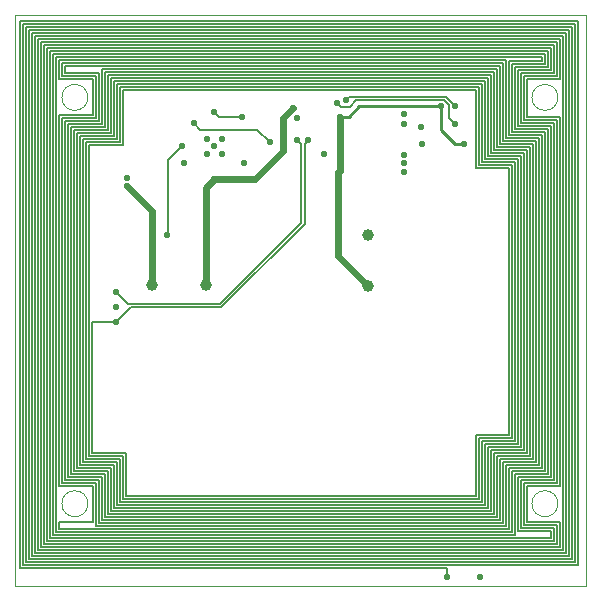
<source format=gbr>
%TF.GenerationSoftware,KiCad,Pcbnew,(5.1.4)-1*%
%TF.CreationDate,2019-12-19T17:33:09-07:00*%
%TF.ProjectId,SolarCellX_v3,536f6c61-7243-4656-9c6c-585f76332e6b,rev?*%
%TF.SameCoordinates,Original*%
%TF.FileFunction,Copper,L5,Inr*%
%TF.FilePolarity,Positive*%
%FSLAX46Y46*%
G04 Gerber Fmt 4.6, Leading zero omitted, Abs format (unit mm)*
G04 Created by KiCad (PCBNEW (5.1.4)-1) date 2019-12-19 17:33:09*
%MOMM*%
%LPD*%
G04 APERTURE LIST*
%ADD10C,0.050000*%
%ADD11C,1.000000*%
%ADD12C,0.584200*%
%ADD13C,0.609600*%
%ADD14C,0.248920*%
%ADD15C,0.152400*%
%ADD16C,0.127000*%
G04 APERTURE END LIST*
D10*
X96200000Y-47000000D02*
G75*
G03X96200000Y-47000000I-1100000J0D01*
G01*
X96200000Y-81400000D02*
G75*
G03X96200000Y-81400000I-1100000J0D01*
G01*
X136000000Y-81400000D02*
G75*
G03X136000000Y-81400000I-1100000J0D01*
G01*
X136000000Y-47000000D02*
G75*
G03X136000000Y-47000000I-1100000J0D01*
G01*
X90000000Y-88400000D02*
X138400000Y-88400000D01*
X90000000Y-88400000D02*
X90000000Y-40000000D01*
X138400000Y-40000000D02*
X138400000Y-88400000D01*
X90000000Y-40000000D02*
X138400000Y-40000000D01*
D11*
X101600000Y-62865000D03*
X106172000Y-62865000D03*
X119888000Y-58674000D03*
X119888000Y-62992000D03*
D12*
X106253260Y-51754256D03*
X107523260Y-51754256D03*
X106253260Y-50509656D03*
X109410500Y-52514500D03*
X107530900Y-50485040D03*
X106923840Y-51092100D03*
X104302012Y-52519693D03*
X122999500Y-53276500D03*
X122999500Y-52578000D03*
X122999500Y-51879500D03*
X122999500Y-49276000D03*
X124523500Y-50927000D03*
X122999500Y-48387000D03*
X124396500Y-49466500D03*
X117537610Y-48650791D03*
X117348000Y-53403500D03*
X128079500Y-50927000D03*
X126111000Y-47752000D03*
X127317500Y-47752000D03*
X118047740Y-47243775D03*
X127317500Y-49276000D03*
X117284500Y-47434502D03*
X105156000Y-49149000D03*
X111633000Y-50800000D03*
X113919000Y-48768000D03*
X116205000Y-51752500D03*
X106870500Y-48260000D03*
X109232672Y-48653690D03*
X104144156Y-51144656D03*
X102933500Y-58674000D03*
X99504500Y-53848000D03*
X99504500Y-54483000D03*
X126619000Y-87630000D03*
X98552000Y-64770000D03*
X98552000Y-63500000D03*
X98552000Y-66040000D03*
X129413000Y-87630000D03*
X113919000Y-50609500D03*
X114871500Y-50609500D03*
X106913660Y-53938656D03*
X113538000Y-47879000D03*
D13*
X117538500Y-48651681D02*
X117537610Y-48650791D01*
X117348000Y-53403500D02*
X117538500Y-53213000D01*
X117538500Y-53213000D02*
X117538500Y-48651681D01*
D14*
X127317500Y-50927000D02*
X128079500Y-50927000D01*
X126111000Y-49720500D02*
X127317500Y-50927000D01*
X126111000Y-47752000D02*
X126111000Y-49720500D01*
X119189500Y-47752000D02*
X126111000Y-47752000D01*
X117537610Y-48650791D02*
X118290709Y-48650791D01*
X118290709Y-48650791D02*
X119189500Y-47752000D01*
D13*
X117348000Y-60452000D02*
X119888000Y-62992000D01*
X117348000Y-53403500D02*
X117348000Y-60452000D01*
D15*
X127317500Y-47751302D02*
X127317500Y-47752000D01*
X126517874Y-46951676D02*
X127317500Y-47751302D01*
X118047740Y-47243775D02*
X118339839Y-46951676D01*
X118339839Y-46951676D02*
X126517874Y-46951676D01*
X117665498Y-47815500D02*
X117284500Y-47434502D01*
X126746000Y-48704500D02*
X126746000Y-47653954D01*
X127317500Y-49276000D02*
X126746000Y-48704500D01*
X126746000Y-47653954D02*
X126336046Y-47244000D01*
X126336046Y-47244000D02*
X118935500Y-47244000D01*
X118935500Y-47244000D02*
X118364000Y-47815500D01*
X118364000Y-47815500D02*
X117665498Y-47815500D01*
X105727500Y-49720500D02*
X105156000Y-49149000D01*
X111633000Y-50800000D02*
X110553500Y-49720500D01*
X110553500Y-49720500D02*
X105727500Y-49720500D01*
X107264190Y-48653690D02*
X106870500Y-48260000D01*
X109232672Y-48653690D02*
X107264190Y-48653690D01*
X104144156Y-51144656D02*
X102997000Y-52291812D01*
X102997000Y-58610500D02*
X102933500Y-58674000D01*
X102997000Y-52291812D02*
X102997000Y-58610500D01*
D13*
X101600000Y-56578500D02*
X101600000Y-62865000D01*
X99504500Y-54483000D02*
X101600000Y-56578500D01*
D16*
X130048000Y-82296000D02*
X129921000Y-82296000D01*
X134620000Y-78359000D02*
X134620000Y-50165000D01*
X93726000Y-82931000D02*
X93726000Y-83566000D01*
X93726000Y-48514000D02*
X93726000Y-79883000D01*
X131572000Y-43815000D02*
X93726000Y-43815000D01*
X134620000Y-50165000D02*
X131826000Y-50165000D01*
X132588000Y-49403000D02*
X132588000Y-44704000D01*
X96647000Y-45466000D02*
X96647000Y-48514000D01*
X135636000Y-42545000D02*
X92456000Y-42545000D01*
X131826000Y-50165000D02*
X131826000Y-43942000D01*
X131572000Y-78105000D02*
X134366000Y-78105000D01*
X131572000Y-83312000D02*
X131572000Y-78105000D01*
X134620000Y-43942000D02*
X134620000Y-43561000D01*
X92456000Y-84836000D02*
X135890000Y-84836000D01*
X96901000Y-79629000D02*
X96901000Y-83312000D01*
X90678000Y-86614000D02*
X137668000Y-86614000D01*
X93980000Y-79629000D02*
X96901000Y-79629000D01*
X90424000Y-86868000D02*
X126619000Y-86868000D01*
X96901000Y-45212000D02*
X96901000Y-48768000D01*
X131318000Y-44069000D02*
X93980000Y-44069000D01*
X93726000Y-45466000D02*
X96647000Y-45466000D01*
X92202000Y-85090000D02*
X136144000Y-85090000D01*
X134112000Y-50673000D02*
X131318000Y-50673000D01*
X93980000Y-48768000D02*
X93980000Y-79629000D01*
X90932000Y-86360000D02*
X137414000Y-86360000D01*
X137668000Y-40513000D02*
X90424000Y-40513000D01*
X134112000Y-77851000D02*
X134112000Y-50673000D01*
X93980000Y-45212000D02*
X96901000Y-45212000D01*
X90678000Y-40767000D02*
X90678000Y-86614000D01*
X133350000Y-48641000D02*
X133350000Y-45466000D01*
X131318000Y-77851000D02*
X134112000Y-77851000D01*
X91186000Y-86106000D02*
X137160000Y-86106000D01*
X97155000Y-83058000D02*
X131318000Y-83058000D01*
X96647000Y-79883000D02*
X96647000Y-82931000D01*
X97155000Y-79375000D02*
X97155000Y-83058000D01*
X94234000Y-79375000D02*
X97155000Y-79375000D01*
X93726000Y-43815000D02*
X93726000Y-45466000D01*
X136906000Y-85852000D02*
X136906000Y-41275000D01*
X97663000Y-82550000D02*
X130810000Y-82550000D01*
X93726000Y-79883000D02*
X96647000Y-79883000D01*
X135890000Y-84836000D02*
X135890000Y-83185000D01*
X130810000Y-51181000D02*
X130810000Y-44577000D01*
X130556000Y-77089000D02*
X133350000Y-77089000D01*
X136144000Y-79883000D02*
X136144000Y-48641000D01*
X135890000Y-42291000D02*
X92202000Y-42291000D01*
X94742000Y-49530000D02*
X94742000Y-78867000D01*
X131318000Y-50673000D02*
X131318000Y-44069000D01*
X133350000Y-45466000D02*
X136144000Y-45466000D01*
X130556000Y-44831000D02*
X97663000Y-44831000D01*
X90424000Y-40513000D02*
X90424000Y-86868000D01*
X130556000Y-82296000D02*
X130556000Y-77089000D01*
X135890000Y-45212000D02*
X135890000Y-42291000D01*
X97663000Y-44831000D02*
X97663000Y-49530000D01*
X133350000Y-79883000D02*
X136144000Y-79883000D01*
X129921000Y-82296000D02*
X130556000Y-82296000D01*
X96901000Y-48768000D02*
X93980000Y-48768000D01*
X136652000Y-41529000D02*
X91440000Y-41529000D01*
X136906000Y-41275000D02*
X91186000Y-41275000D01*
X97663000Y-78867000D02*
X97663000Y-82550000D01*
X96647000Y-82931000D02*
X93726000Y-82931000D01*
X131826000Y-78359000D02*
X134620000Y-78359000D01*
X133350000Y-51435000D02*
X130556000Y-51435000D01*
X132588000Y-83693000D02*
X132588000Y-79121000D01*
X130810000Y-77343000D02*
X133604000Y-77343000D01*
X133604000Y-77343000D02*
X133604000Y-51181000D01*
X91186000Y-41275000D02*
X91186000Y-86106000D01*
X137414000Y-40767000D02*
X90678000Y-40767000D01*
X94742000Y-78867000D02*
X97663000Y-78867000D01*
X134366000Y-78105000D02*
X134366000Y-50419000D01*
X91440000Y-85852000D02*
X136906000Y-85852000D01*
X137668000Y-86614000D02*
X137668000Y-40513000D01*
X130556000Y-51435000D02*
X130556000Y-44831000D01*
X93472000Y-43561000D02*
X93472000Y-83820000D01*
X135382000Y-49403000D02*
X132588000Y-49403000D01*
X133604000Y-51181000D02*
X130810000Y-51181000D01*
X96901000Y-83312000D02*
X131572000Y-83312000D01*
X135636000Y-79375000D02*
X135636000Y-49149000D01*
X130810000Y-44577000D02*
X97409000Y-44577000D01*
X94234000Y-49022000D02*
X94234000Y-79375000D01*
X132334000Y-84074000D02*
X132334000Y-78867000D01*
X90932000Y-41021000D02*
X90932000Y-86360000D01*
X97409000Y-44577000D02*
X97409000Y-49276000D01*
X130810000Y-82550000D02*
X130810000Y-77343000D01*
X92202000Y-42291000D02*
X92202000Y-85090000D01*
X131318000Y-83058000D02*
X131318000Y-77851000D01*
X135382000Y-42799000D02*
X92710000Y-42799000D01*
X137160000Y-86106000D02*
X137160000Y-41021000D01*
X94488000Y-49276000D02*
X94488000Y-79121000D01*
X131826000Y-83566000D02*
X131826000Y-78359000D01*
X94488000Y-79121000D02*
X97409000Y-79121000D01*
X131572000Y-50419000D02*
X131572000Y-43815000D01*
X91948000Y-42037000D02*
X91948000Y-85344000D01*
X134366000Y-50419000D02*
X131572000Y-50419000D01*
X135636000Y-84582000D02*
X135636000Y-83439000D01*
X131826000Y-43942000D02*
X134620000Y-43942000D01*
X137414000Y-86360000D02*
X137414000Y-40767000D01*
X97409000Y-79121000D02*
X97409000Y-82804000D01*
X131064000Y-77597000D02*
X133858000Y-77597000D01*
X136398000Y-85344000D02*
X136398000Y-41783000D01*
X97409000Y-82804000D02*
X131064000Y-82804000D01*
X93980000Y-44069000D02*
X93980000Y-45212000D01*
X136144000Y-85090000D02*
X136144000Y-82931000D01*
X133350000Y-77089000D02*
X133350000Y-51435000D01*
X136652000Y-85598000D02*
X136652000Y-41529000D01*
X131064000Y-44323000D02*
X94234000Y-44323000D01*
X133858000Y-77597000D02*
X133858000Y-50927000D01*
X135890000Y-83185000D02*
X133096000Y-83185000D01*
X131064000Y-50927000D02*
X131064000Y-44323000D01*
X96647000Y-48514000D02*
X93726000Y-48514000D01*
X132334000Y-44450000D02*
X135128000Y-44450000D01*
X136144000Y-82931000D02*
X133350000Y-82931000D01*
X94234000Y-44323000D02*
X94234000Y-44958000D01*
X93726000Y-83566000D02*
X131826000Y-83566000D01*
X133096000Y-79629000D02*
X135890000Y-79629000D01*
X94234000Y-44958000D02*
X97155000Y-44958000D01*
X131064000Y-82804000D02*
X131064000Y-77597000D01*
X135128000Y-43053000D02*
X92964000Y-43053000D01*
X134620000Y-43561000D02*
X93472000Y-43561000D01*
X97155000Y-44958000D02*
X97155000Y-49022000D01*
X97663000Y-49530000D02*
X94742000Y-49530000D01*
X136144000Y-42037000D02*
X91948000Y-42037000D01*
X97155000Y-49022000D02*
X94234000Y-49022000D01*
X93472000Y-83820000D02*
X132080000Y-83820000D01*
X132080000Y-83820000D02*
X132080000Y-78613000D01*
X137160000Y-41021000D02*
X90932000Y-41021000D01*
X134874000Y-78613000D02*
X134874000Y-49911000D01*
X134874000Y-49911000D02*
X132080000Y-49911000D01*
X132080000Y-49911000D02*
X132080000Y-44196000D01*
X132080000Y-44196000D02*
X134874000Y-44196000D01*
X134874000Y-44196000D02*
X134874000Y-43307000D01*
X91694000Y-85598000D02*
X136652000Y-85598000D01*
X134874000Y-43307000D02*
X93218000Y-43307000D01*
X91948000Y-85344000D02*
X136398000Y-85344000D01*
X93218000Y-43307000D02*
X93218000Y-84074000D01*
X93218000Y-84074000D02*
X132334000Y-84074000D01*
X132334000Y-78867000D02*
X135128000Y-78867000D01*
X135128000Y-78867000D02*
X135128000Y-49657000D01*
X135128000Y-49657000D02*
X132334000Y-49657000D01*
X132334000Y-49657000D02*
X132334000Y-44450000D01*
X135128000Y-44450000D02*
X135128000Y-43053000D01*
X92964000Y-43053000D02*
X92964000Y-84328000D01*
X92964000Y-84328000D02*
X135382000Y-84328000D01*
X135382000Y-84328000D02*
X135382000Y-83693000D01*
X135382000Y-83693000D02*
X132588000Y-83693000D01*
X132588000Y-79121000D02*
X135382000Y-79121000D01*
X135382000Y-79121000D02*
X135382000Y-49403000D01*
X132588000Y-44704000D02*
X135382000Y-44704000D01*
X135382000Y-44704000D02*
X135382000Y-42799000D01*
X92710000Y-42799000D02*
X92710000Y-84582000D01*
X92710000Y-84582000D02*
X135636000Y-84582000D01*
X135636000Y-83439000D02*
X132842000Y-83439000D01*
X132842000Y-83439000D02*
X132842000Y-79375000D01*
X132842000Y-79375000D02*
X135636000Y-79375000D01*
X97409000Y-49276000D02*
X94488000Y-49276000D01*
X135636000Y-49149000D02*
X132842000Y-49149000D01*
X132842000Y-49149000D02*
X132842000Y-44958000D01*
X132842000Y-44958000D02*
X135636000Y-44958000D01*
X135636000Y-44958000D02*
X135636000Y-42545000D01*
X133858000Y-50927000D02*
X131064000Y-50927000D01*
X92456000Y-42545000D02*
X92456000Y-84836000D01*
X133096000Y-83185000D02*
X133096000Y-79629000D01*
X135890000Y-79629000D02*
X135890000Y-48895000D01*
X135890000Y-48895000D02*
X133096000Y-48895000D01*
X133096000Y-48895000D02*
X133096000Y-45212000D01*
X133096000Y-45212000D02*
X135890000Y-45212000D01*
X133350000Y-82931000D02*
X133350000Y-79883000D01*
X136144000Y-48641000D02*
X133350000Y-48641000D01*
X136144000Y-45466000D02*
X136144000Y-42037000D01*
X136398000Y-41783000D02*
X91694000Y-41783000D01*
X91694000Y-41783000D02*
X91694000Y-85598000D01*
X132080000Y-78613000D02*
X134874000Y-78613000D01*
X91440000Y-41529000D02*
X91440000Y-85852000D01*
X126619000Y-86868000D02*
X126619000Y-87630000D01*
X98171000Y-78359000D02*
X95250000Y-78359000D01*
X98425000Y-50292000D02*
X98425000Y-45593000D01*
X98171000Y-82042000D02*
X98171000Y-78359000D01*
X129794000Y-45593000D02*
X129794000Y-52197000D01*
X129540000Y-45847000D02*
X129540000Y-52451000D01*
X130048000Y-45339000D02*
X130048000Y-51943000D01*
X97917000Y-82296000D02*
X97917000Y-78613000D01*
X129794000Y-52197000D02*
X132588000Y-52197000D01*
X98679000Y-81534000D02*
X98679000Y-77851000D01*
X130302000Y-82042000D02*
X98171000Y-82042000D01*
X98679000Y-50546000D02*
X98679000Y-45847000D01*
X98679000Y-45847000D02*
X129540000Y-45847000D01*
X133096000Y-51689000D02*
X133096000Y-76835000D01*
X132588000Y-76327000D02*
X129794000Y-76327000D01*
X129032000Y-46355000D02*
X129032000Y-52959000D01*
X99187000Y-51054000D02*
X99187000Y-46355000D01*
X98171000Y-50038000D02*
X98171000Y-45339000D01*
X96266000Y-77343000D02*
X96266000Y-51054000D01*
X94996000Y-78613000D02*
X94996000Y-49784000D01*
X129032000Y-75565000D02*
X129032000Y-80772000D01*
X96266000Y-51054000D02*
X99187000Y-51054000D01*
X131826000Y-52959000D02*
X131826000Y-75565000D01*
X98679000Y-77851000D02*
X95758000Y-77851000D01*
X132842000Y-51943000D02*
X132842000Y-76581000D01*
X99187000Y-77343000D02*
X96266000Y-77343000D01*
X96012000Y-77597000D02*
X96012000Y-50800000D01*
X130302000Y-76835000D02*
X130302000Y-82042000D01*
X129540000Y-76073000D02*
X129540000Y-81280000D01*
X129921000Y-82296000D02*
X97917000Y-82296000D01*
X129286000Y-81026000D02*
X99187000Y-81026000D01*
X98425000Y-78105000D02*
X95504000Y-78105000D01*
X132080000Y-52705000D02*
X132080000Y-75819000D01*
X129286000Y-52705000D02*
X132080000Y-52705000D01*
X132588000Y-52197000D02*
X132588000Y-76327000D01*
X97917000Y-49784000D02*
X97917000Y-45085000D01*
X129286000Y-46101000D02*
X129286000Y-52705000D01*
X129286000Y-75819000D02*
X129286000Y-81026000D01*
X98552000Y-66040000D02*
X96520000Y-66040000D01*
X96520000Y-77089000D02*
X96520000Y-66040000D01*
X98171000Y-45339000D02*
X130048000Y-45339000D01*
X98933000Y-46101000D02*
X129286000Y-46101000D01*
X96012000Y-50800000D02*
X98933000Y-50800000D01*
X95250000Y-50038000D02*
X98171000Y-50038000D01*
X94996000Y-49784000D02*
X97917000Y-49784000D01*
X99187000Y-81026000D02*
X99187000Y-77343000D01*
X97917000Y-78613000D02*
X94996000Y-78613000D01*
X97917000Y-45085000D02*
X130302000Y-45085000D01*
X130302000Y-45085000D02*
X130302000Y-51689000D01*
X130302000Y-51689000D02*
X133096000Y-51689000D01*
X133096000Y-76835000D02*
X130302000Y-76835000D01*
X95250000Y-78359000D02*
X95250000Y-50038000D01*
X130048000Y-51943000D02*
X132842000Y-51943000D01*
X132842000Y-76581000D02*
X130048000Y-76581000D01*
X130048000Y-76581000D02*
X130048000Y-81788000D01*
X130048000Y-81788000D02*
X98425000Y-81788000D01*
X98425000Y-81788000D02*
X98425000Y-78105000D01*
X95504000Y-78105000D02*
X95504000Y-50292000D01*
X95504000Y-50292000D02*
X98425000Y-50292000D01*
X98425000Y-45593000D02*
X129794000Y-45593000D01*
X129794000Y-76327000D02*
X129794000Y-81534000D01*
X129794000Y-81534000D02*
X98679000Y-81534000D01*
X95758000Y-77851000D02*
X95758000Y-50546000D01*
X95758000Y-50546000D02*
X98679000Y-50546000D01*
X129540000Y-52451000D02*
X132334000Y-52451000D01*
X132334000Y-52451000D02*
X132334000Y-76073000D01*
X132334000Y-76073000D02*
X129540000Y-76073000D01*
X129540000Y-81280000D02*
X98933000Y-81280000D01*
X98933000Y-81280000D02*
X98933000Y-77597000D01*
X98933000Y-77597000D02*
X96012000Y-77597000D01*
X98933000Y-50800000D02*
X98933000Y-46101000D01*
X132080000Y-75819000D02*
X129286000Y-75819000D01*
X99187000Y-46355000D02*
X129032000Y-46355000D01*
X129032000Y-52959000D02*
X131826000Y-52959000D01*
X131826000Y-75565000D02*
X129032000Y-75565000D01*
X129032000Y-80772000D02*
X99441000Y-80772000D01*
X99441000Y-80772000D02*
X99441000Y-77089000D01*
X99441000Y-77089000D02*
X96520000Y-77089000D01*
X114236500Y-50927000D02*
X113919000Y-50609500D01*
X114236500Y-57658000D02*
X114236500Y-50927000D01*
X107378500Y-64516000D02*
X114236500Y-57658000D01*
X98552000Y-63500000D02*
X99568000Y-64516000D01*
X99568000Y-64516000D02*
X107378500Y-64516000D01*
X114554000Y-50927000D02*
X114871500Y-50609500D01*
X114554000Y-57721500D02*
X114554000Y-50927000D01*
X107505500Y-64770000D02*
X114554000Y-57721500D01*
X98552000Y-66040000D02*
X99822000Y-64770000D01*
X99822000Y-64770000D02*
X107505500Y-64770000D01*
D13*
X110335844Y-53938656D02*
X106913660Y-53938656D01*
X112712500Y-51562000D02*
X110335844Y-53938656D01*
X113538000Y-47879000D02*
X112712500Y-48704500D01*
X112712500Y-48704500D02*
X112712500Y-51562000D01*
X106172000Y-54680316D02*
X106172000Y-62865000D01*
X106913660Y-53938656D02*
X106172000Y-54680316D01*
M02*

</source>
